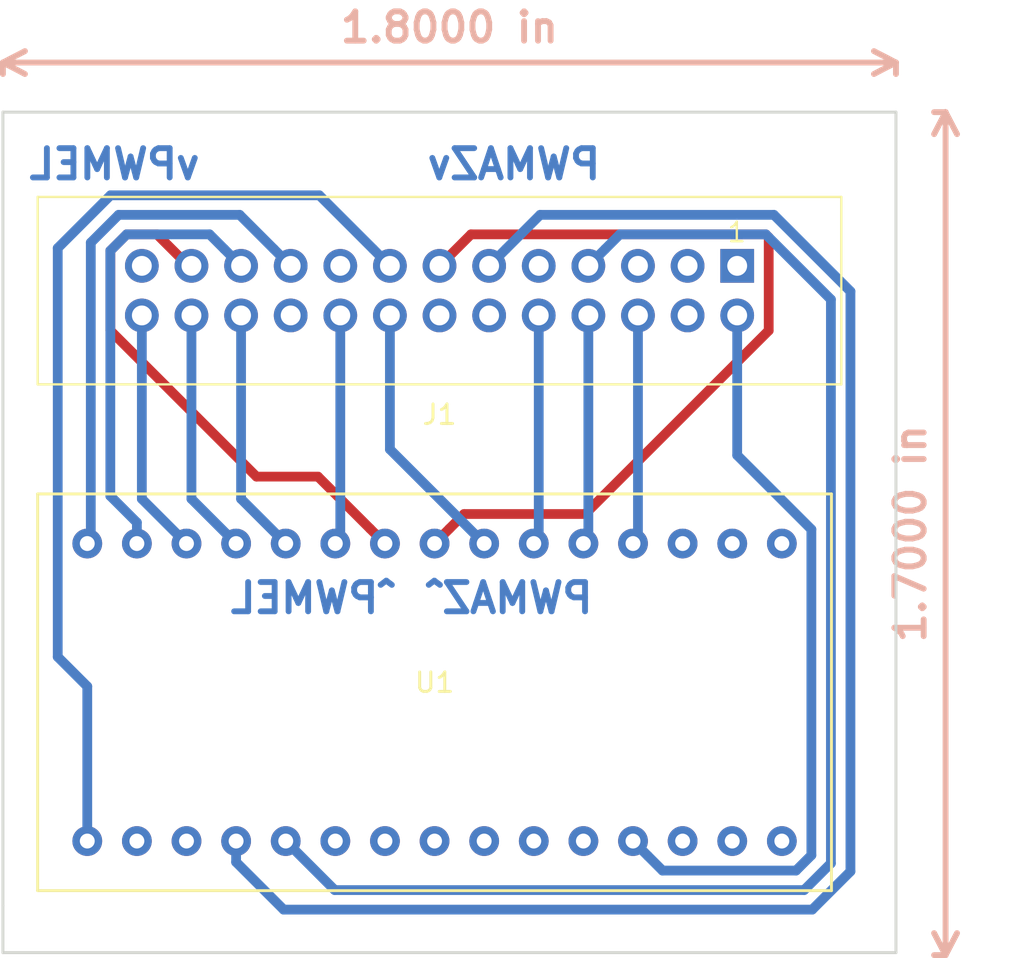
<source format=kicad_pcb>
(kicad_pcb (version 20170123) (host pcbnew "(2017-06-02 revision ac9a64a17)-master")

  (general
    (links 18)
    (no_connects 2)
    (area 124.384999 87.745 179.370001 134.620001)
    (thickness 1.6)
    (drawings 13)
    (tracks 83)
    (zones 0)
    (modules 2)
    (nets 39)
  )

  (page A4)
  (layers
    (0 F.Cu signal)
    (31 B.Cu signal)
    (32 B.Adhes user)
    (33 F.Adhes user)
    (34 B.Paste user)
    (35 F.Paste user)
    (36 B.SilkS user)
    (37 F.SilkS user)
    (38 B.Mask user)
    (39 F.Mask user)
    (40 Dwgs.User user)
    (41 Cmts.User user)
    (42 Eco1.User user)
    (43 Eco2.User user)
    (44 Edge.Cuts user)
    (45 Margin user)
    (46 B.CrtYd user)
    (47 F.CrtYd user)
    (48 B.Fab user)
    (49 F.Fab user)
  )

  (setup
    (last_trace_width 0.5)
    (trace_clearance 0.5)
    (zone_clearance 0.508)
    (zone_45_only no)
    (trace_min 0.1524)
    (segment_width 0.2)
    (edge_width 0.15)
    (via_size 1)
    (via_drill 0.5)
    (via_min_size 0.6858)
    (via_min_drill 0.3302)
    (uvia_size 0.3)
    (uvia_drill 0.1)
    (uvias_allowed no)
    (uvia_min_size 0.2)
    (uvia_min_drill 0.1)
    (pcb_text_width 0.3)
    (pcb_text_size 1.5 1.5)
    (mod_edge_width 0.15)
    (mod_text_size 1 1)
    (mod_text_width 0.15)
    (pad_size 1.524 1.524)
    (pad_drill 0.762)
    (pad_to_mask_clearance 0.2)
    (aux_axis_origin 0 0)
    (visible_elements FFFFFF7F)
    (pcbplotparams
      (layerselection 0x00030_ffffffff)
      (usegerberextensions false)
      (excludeedgelayer true)
      (linewidth 2.000000)
      (plotframeref false)
      (viasonmask false)
      (mode 1)
      (useauxorigin false)
      (hpglpennumber 1)
      (hpglpenspeed 20)
      (hpglpendiameter 15)
      (psnegative false)
      (psa4output false)
      (plotreference true)
      (plotvalue true)
      (plotinvisibletext false)
      (padsonsilk false)
      (subtractmaskfromsilk false)
      (outputformat 1)
      (mirror false)
      (drillshape 1)
      (scaleselection 1)
      (outputdirectory ""))
  )

  (net 0 "")
  (net 1 3V3)
  (net 2 5V)
  (net 3 "Net-(J1-Pad3)")
  (net 4 "Net-(J1-Pad4)")
  (net 5 "Net-(J1-Pad5)")
  (net 6 GND)
  (net 7 DIRAZ)
  (net 8 ELA)
  (net 9 "Net-(J1-Pad9)")
  (net 10 ELB)
  (net 11 BRKAZ)
  (net 12 "Net-(J1-Pad12)")
  (net 13 PWMAZ)
  (net 14 "Net-(J1-Pad14)")
  (net 15 THAZ)
  (net 16 AZEND)
  (net 17 "Net-(J1-Pad17)")
  (net 18 ELEND)
  (net 19 DIREL)
  (net 20 "Net-(J1-Pad20)")
  (net 21 BRKEL)
  (net 22 AZB)
  (net 23 PWMEL)
  (net 24 AZA)
  (net 25 "Net-(J1-Pad25)")
  (net 26 THEL)
  (net 27 "Net-(U1-Pad3V3)")
  (net 28 "Net-(U1-PadREF)")
  (net 29 "Net-(U1-PadA3)")
  (net 30 "Net-(U1-PadA4)")
  (net 31 "Net-(U1-PadA5)")
  (net 32 "Net-(U1-PadA6)")
  (net 33 "Net-(U1-PadA7)")
  (net 34 "Net-(U1-PadRST)")
  (net 35 "Net-(U1-PadVIN)")
  (net 36 "Net-(U1-PadRX0)")
  (net 37 "Net-(U1-PadTX1)")
  (net 38 "Net-(U1-PadA2)")

  (net_class Default "This is the default net class."
    (clearance 0.5)
    (trace_width 0.5)
    (via_dia 1)
    (via_drill 0.5)
    (uvia_dia 0.3)
    (uvia_drill 0.1)
    (add_net 3V3)
    (add_net 5V)
    (add_net AZA)
    (add_net AZB)
    (add_net AZEND)
    (add_net BRKAZ)
    (add_net BRKEL)
    (add_net DIRAZ)
    (add_net DIREL)
    (add_net ELA)
    (add_net ELB)
    (add_net ELEND)
    (add_net GND)
    (add_net "Net-(J1-Pad12)")
    (add_net "Net-(J1-Pad14)")
    (add_net "Net-(J1-Pad17)")
    (add_net "Net-(J1-Pad20)")
    (add_net "Net-(J1-Pad25)")
    (add_net "Net-(J1-Pad3)")
    (add_net "Net-(J1-Pad4)")
    (add_net "Net-(J1-Pad5)")
    (add_net "Net-(J1-Pad9)")
    (add_net "Net-(U1-Pad3V3)")
    (add_net "Net-(U1-PadA2)")
    (add_net "Net-(U1-PadA3)")
    (add_net "Net-(U1-PadA4)")
    (add_net "Net-(U1-PadA5)")
    (add_net "Net-(U1-PadA6)")
    (add_net "Net-(U1-PadA7)")
    (add_net "Net-(U1-PadREF)")
    (add_net "Net-(U1-PadRST)")
    (add_net "Net-(U1-PadRX0)")
    (add_net "Net-(U1-PadTX1)")
    (add_net "Net-(U1-PadVIN)")
    (add_net PWMAZ)
    (add_net PWMEL)
    (add_net THAZ)
    (add_net THEL)
  )

  (module nanolib:ArduinoNano (layer F.Cu) (tedit 57FCDD58) (tstamp 5931531C)
    (at 146.558 121.158 180)
    (descr A0)
    (path /59307DA0)
    (fp_text reference U1 (at 0 0.5 180) (layer F.SilkS)
      (effects (font (size 1 1) (thickness 0.15)))
    )
    (fp_text value ArduinoNano (at 0 -0.5 180) (layer F.Fab)
      (effects (font (size 1 1) (thickness 0.15)))
    )
    (fp_line (start 20.32 -10.16) (end -20.32 -10.16) (layer F.SilkS) (width 0.15))
    (fp_line (start 20.32 10.16) (end 20.32 -10.16) (layer F.SilkS) (width 0.15))
    (fp_line (start -20.32 10.16) (end 20.32 10.16) (layer F.SilkS) (width 0.15))
    (fp_line (start -20.32 -10.16) (end -20.32 10.16) (layer F.SilkS) (width 0.15))
    (pad D13 thru_hole circle (at 17.78 -7.62 180) (size 1.524 1.524) (drill 0.762) (layers *.Cu *.Mask)
      (net 15 THAZ))
    (pad 3V3 thru_hole circle (at 15.24 -7.62 180) (size 1.524 1.524) (drill 0.762) (layers *.Cu *.Mask)
      (net 27 "Net-(U1-Pad3V3)"))
    (pad REF thru_hole circle (at 12.7 -7.62 180) (size 1.524 1.524) (drill 0.762) (layers *.Cu *.Mask)
      (net 28 "Net-(U1-PadREF)"))
    (pad A0 thru_hole circle (at 10.16 -7.62 180) (size 1.524 1.524) (drill 0.762) (layers *.Cu *.Mask)
      (net 11 BRKAZ))
    (pad A1 thru_hole circle (at 7.62 -7.62 180) (size 1.524 1.524) (drill 0.762) (layers *.Cu *.Mask)
      (net 7 DIRAZ))
    (pad A2 thru_hole circle (at 5.08 -7.62 180) (size 1.524 1.524) (drill 0.762) (layers *.Cu *.Mask)
      (net 38 "Net-(U1-PadA2)"))
    (pad A3 thru_hole circle (at 2.54 -7.62 180) (size 1.524 1.524) (drill 0.762) (layers *.Cu *.Mask)
      (net 29 "Net-(U1-PadA3)"))
    (pad A4 thru_hole circle (at 0 -7.62 180) (size 1.524 1.524) (drill 0.762) (layers *.Cu *.Mask)
      (net 30 "Net-(U1-PadA4)"))
    (pad A5 thru_hole circle (at -2.54 -7.62 180) (size 1.524 1.524) (drill 0.762) (layers *.Cu *.Mask)
      (net 31 "Net-(U1-PadA5)"))
    (pad A6 thru_hole circle (at -5.08 -7.62 180) (size 1.524 1.524) (drill 0.762) (layers *.Cu *.Mask)
      (net 32 "Net-(U1-PadA6)"))
    (pad A7 thru_hole circle (at -7.62 -7.62 180) (size 1.524 1.524) (drill 0.762) (layers *.Cu *.Mask)
      (net 33 "Net-(U1-PadA7)"))
    (pad 5V thru_hole circle (at -10.16 -7.62 180) (size 1.524 1.524) (drill 0.762) (layers *.Cu *.Mask)
      (net 2 5V))
    (pad RST thru_hole circle (at -12.7 -7.62 180) (size 1.524 1.524) (drill 0.762) (layers *.Cu *.Mask)
      (net 34 "Net-(U1-PadRST)"))
    (pad GND thru_hole circle (at -15.24 -7.62 180) (size 1.524 1.524) (drill 0.762) (layers *.Cu *.Mask)
      (net 6 GND))
    (pad VIN thru_hole circle (at -17.78 -7.62 180) (size 1.524 1.524) (drill 0.762) (layers *.Cu *.Mask)
      (net 35 "Net-(U1-PadVIN)"))
    (pad D12 thru_hole circle (at 17.78 7.62 180) (size 1.524 1.524) (drill 0.762) (layers *.Cu *.Mask)
      (net 19 DIREL))
    (pad D11 thru_hole circle (at 15.24 7.62 180) (size 1.524 1.524) (drill 0.762) (layers *.Cu *.Mask)
      (net 21 BRKEL))
    (pad D10 thru_hole circle (at 12.7 7.62 180) (size 1.524 1.524) (drill 0.762) (layers *.Cu *.Mask)
      (net 26 THEL))
    (pad D9 thru_hole circle (at 10.16 7.62 180) (size 1.524 1.524) (drill 0.762) (layers *.Cu *.Mask)
      (net 24 AZA))
    (pad D8 thru_hole circle (at 7.62 7.62 180) (size 1.524 1.524) (drill 0.762) (layers *.Cu *.Mask)
      (net 22 AZB))
    (pad D7 thru_hole circle (at 5.08 7.62 180) (size 1.524 1.524) (drill 0.762) (layers *.Cu *.Mask)
      (net 18 ELEND))
    (pad D6 thru_hole circle (at 2.54 7.62 180) (size 1.524 1.524) (drill 0.762) (layers *.Cu *.Mask)
      (net 23 PWMEL))
    (pad D5 thru_hole circle (at 0 7.62 180) (size 1.524 1.524) (drill 0.762) (layers *.Cu *.Mask)
      (net 13 PWMAZ))
    (pad D4 thru_hole circle (at -2.54 7.62 180) (size 1.524 1.524) (drill 0.762) (layers *.Cu *.Mask)
      (net 16 AZEND))
    (pad D3 thru_hole circle (at -5.08 7.62 180) (size 1.524 1.524) (drill 0.762) (layers *.Cu *.Mask)
      (net 10 ELB))
    (pad D2 thru_hole circle (at -7.62 7.62 180) (size 1.524 1.524) (drill 0.762) (layers *.Cu *.Mask)
      (net 8 ELA))
    (pad GND thru_hole circle (at -10.16 7.62 180) (size 1.524 1.524) (drill 0.762) (layers *.Cu *.Mask)
      (net 6 GND))
    (pad RST thru_hole circle (at -12.7 7.62 180) (size 1.524 1.524) (drill 0.762) (layers *.Cu *.Mask)
      (net 34 "Net-(U1-PadRST)"))
    (pad RX0 thru_hole circle (at -15.24 7.62 180) (size 1.524 1.524) (drill 0.762) (layers *.Cu *.Mask)
      (net 36 "Net-(U1-PadRX0)"))
    (pad TX1 thru_hole circle (at -17.78 7.62 180) (size 1.524 1.524) (drill 0.762) (layers *.Cu *.Mask)
      (net 37 "Net-(U1-PadTX1)"))
  )

  (module Connectors:IDC_Header_Straight_26pins (layer F.Cu) (tedit 0) (tstamp 593152F6)
    (at 162.052 99.314 180)
    (descr "26 pins through hole IDC header")
    (tags "IDC header socket VASCH")
    (path /59307677)
    (fp_text reference J1 (at 15.24 -7.62 180) (layer F.SilkS)
      (effects (font (size 1 1) (thickness 0.15)))
    )
    (fp_text value CONN_02X13 (at 16.383 -6.604 180) (layer F.Fab)
      (effects (font (size 1 1) (thickness 0.15)))
    )
    (fp_line (start -5.08 -5.82) (end 35.56 -5.82) (layer F.Fab) (width 0.1))
    (fp_line (start -4.54 -5.27) (end 35 -5.27) (layer F.Fab) (width 0.1))
    (fp_line (start -5.08 3.28) (end 35.56 3.28) (layer F.Fab) (width 0.1))
    (fp_line (start -4.54 2.73) (end 12.99 2.73) (layer F.Fab) (width 0.1))
    (fp_line (start 17.49 2.73) (end 35 2.73) (layer F.Fab) (width 0.1))
    (fp_line (start 12.99 2.73) (end 12.99 3.28) (layer F.Fab) (width 0.1))
    (fp_line (start 17.49 2.73) (end 17.49 3.28) (layer F.Fab) (width 0.1))
    (fp_line (start -5.08 -5.82) (end -5.08 3.28) (layer F.Fab) (width 0.1))
    (fp_line (start -4.54 -5.27) (end -4.54 2.73) (layer F.Fab) (width 0.1))
    (fp_line (start 35.56 -5.82) (end 35.56 3.28) (layer F.Fab) (width 0.1))
    (fp_line (start 35 -5.27) (end 35 2.73) (layer F.Fab) (width 0.1))
    (fp_line (start -5.08 -5.82) (end -4.54 -5.27) (layer F.Fab) (width 0.1))
    (fp_line (start 35.56 -5.82) (end 35 -5.27) (layer F.Fab) (width 0.1))
    (fp_line (start -5.08 3.28) (end -4.54 2.73) (layer F.Fab) (width 0.1))
    (fp_line (start 35.56 3.28) (end 35 2.73) (layer F.Fab) (width 0.1))
    (fp_line (start -5.58 -6.32) (end 36.06 -6.32) (layer F.CrtYd) (width 0.05))
    (fp_line (start 36.06 -6.32) (end 36.06 3.78) (layer F.CrtYd) (width 0.05))
    (fp_line (start 36.06 3.78) (end -5.58 3.78) (layer F.CrtYd) (width 0.05))
    (fp_line (start -5.58 3.78) (end -5.58 -6.32) (layer F.CrtYd) (width 0.05))
    (fp_text user 1 (at 0.02 1.72 180) (layer F.SilkS)
      (effects (font (size 1 1) (thickness 0.12)))
    )
    (fp_line (start -5.33 -6.07) (end 35.81 -6.07) (layer F.SilkS) (width 0.12))
    (fp_line (start 35.81 -6.07) (end 35.81 3.53) (layer F.SilkS) (width 0.12))
    (fp_line (start 35.81 3.53) (end -5.33 3.53) (layer F.SilkS) (width 0.12))
    (fp_line (start -5.33 3.53) (end -5.33 -6.07) (layer F.SilkS) (width 0.12))
    (pad 1 thru_hole rect (at 0 0 180) (size 1.7272 1.7272) (drill 1.016) (layers *.Cu *.Mask)
      (net 1 3V3))
    (pad 2 thru_hole oval (at 0 -2.54 180) (size 1.7272 1.7272) (drill 1.016) (layers *.Cu *.Mask)
      (net 2 5V))
    (pad 3 thru_hole oval (at 2.54 0 180) (size 1.7272 1.7272) (drill 1.016) (layers *.Cu *.Mask)
      (net 3 "Net-(J1-Pad3)"))
    (pad 4 thru_hole oval (at 2.54 -2.54 180) (size 1.7272 1.7272) (drill 1.016) (layers *.Cu *.Mask)
      (net 4 "Net-(J1-Pad4)"))
    (pad 5 thru_hole oval (at 5.08 0 180) (size 1.7272 1.7272) (drill 1.016) (layers *.Cu *.Mask)
      (net 5 "Net-(J1-Pad5)"))
    (pad 6 thru_hole oval (at 5.08 -2.54 180) (size 1.7272 1.7272) (drill 1.016) (layers *.Cu *.Mask)
      (net 6 GND))
    (pad 7 thru_hole oval (at 7.62 0 180) (size 1.7272 1.7272) (drill 1.016) (layers *.Cu *.Mask)
      (net 7 DIRAZ))
    (pad 8 thru_hole oval (at 7.62 -2.54 180) (size 1.7272 1.7272) (drill 1.016) (layers *.Cu *.Mask)
      (net 8 ELA))
    (pad 9 thru_hole oval (at 10.16 0 180) (size 1.7272 1.7272) (drill 1.016) (layers *.Cu *.Mask)
      (net 9 "Net-(J1-Pad9)"))
    (pad 10 thru_hole oval (at 10.16 -2.54 180) (size 1.7272 1.7272) (drill 1.016) (layers *.Cu *.Mask)
      (net 10 ELB))
    (pad 11 thru_hole oval (at 12.7 0 180) (size 1.7272 1.7272) (drill 1.016) (layers *.Cu *.Mask)
      (net 11 BRKAZ))
    (pad 12 thru_hole oval (at 12.7 -2.54 180) (size 1.7272 1.7272) (drill 1.016) (layers *.Cu *.Mask)
      (net 12 "Net-(J1-Pad12)"))
    (pad 13 thru_hole oval (at 15.24 0 180) (size 1.7272 1.7272) (drill 1.016) (layers *.Cu *.Mask)
      (net 13 PWMAZ))
    (pad 14 thru_hole oval (at 15.24 -2.54 180) (size 1.7272 1.7272) (drill 1.016) (layers *.Cu *.Mask)
      (net 14 "Net-(J1-Pad14)"))
    (pad 15 thru_hole oval (at 17.78 0 180) (size 1.7272 1.7272) (drill 1.016) (layers *.Cu *.Mask)
      (net 15 THAZ))
    (pad 16 thru_hole oval (at 17.78 -2.54 180) (size 1.7272 1.7272) (drill 1.016) (layers *.Cu *.Mask)
      (net 16 AZEND))
    (pad 17 thru_hole oval (at 20.32 0 180) (size 1.7272 1.7272) (drill 1.016) (layers *.Cu *.Mask)
      (net 17 "Net-(J1-Pad17)"))
    (pad 18 thru_hole oval (at 20.32 -2.54 180) (size 1.7272 1.7272) (drill 1.016) (layers *.Cu *.Mask)
      (net 18 ELEND))
    (pad 19 thru_hole oval (at 22.86 0 180) (size 1.7272 1.7272) (drill 1.016) (layers *.Cu *.Mask)
      (net 19 DIREL))
    (pad 20 thru_hole oval (at 22.86 -2.54 180) (size 1.7272 1.7272) (drill 1.016) (layers *.Cu *.Mask)
      (net 20 "Net-(J1-Pad20)"))
    (pad 21 thru_hole oval (at 25.4 0 180) (size 1.7272 1.7272) (drill 1.016) (layers *.Cu *.Mask)
      (net 21 BRKEL))
    (pad 22 thru_hole oval (at 25.4 -2.54 180) (size 1.7272 1.7272) (drill 1.016) (layers *.Cu *.Mask)
      (net 22 AZB))
    (pad 23 thru_hole oval (at 27.94 0 180) (size 1.7272 1.7272) (drill 1.016) (layers *.Cu *.Mask)
      (net 23 PWMEL))
    (pad 24 thru_hole oval (at 27.94 -2.54 180) (size 1.7272 1.7272) (drill 1.016) (layers *.Cu *.Mask)
      (net 24 AZA))
    (pad 25 thru_hole oval (at 30.48 0 180) (size 1.7272 1.7272) (drill 1.016) (layers *.Cu *.Mask)
      (net 25 "Net-(J1-Pad25)"))
    (pad 26 thru_hole oval (at 30.48 -2.54 180) (size 1.7272 1.7272) (drill 1.016) (layers *.Cu *.Mask)
      (net 26 THEL))
  )

  (dimension 43.18 (width 0.3) (layer B.SilkS)
    (gr_text "43.180 mm" (at 172.72 113.03 270) (layer B.SilkS)
      (effects (font (size 1.5 1.5) (thickness 0.3)))
    )
    (feature1 (pts (xy 172.72 134.62) (xy 172.72 134.62)))
    (feature2 (pts (xy 172.72 91.44) (xy 172.72 91.44)))
    (crossbar (pts (xy 172.72 91.44) (xy 172.72 134.62)))
    (arrow1a (pts (xy 172.72 134.62) (xy 172.133579 133.493496)))
    (arrow1b (pts (xy 172.72 134.62) (xy 173.306421 133.493496)))
    (arrow2a (pts (xy 172.72 91.44) (xy 172.133579 92.566504)))
    (arrow2b (pts (xy 172.72 91.44) (xy 173.306421 92.566504)))
  )
  (dimension 45.72 (width 0.3) (layer B.SilkS)
    (gr_text "45.720 mm" (at 147.32 88.9) (layer B.SilkS)
      (effects (font (size 1.5 1.5) (thickness 0.3)))
    )
    (feature1 (pts (xy 170.18 88.9) (xy 170.18 88.9)))
    (feature2 (pts (xy 124.46 88.9) (xy 124.46 88.9)))
    (crossbar (pts (xy 124.46 88.9) (xy 170.18 88.9)))
    (arrow1a (pts (xy 170.18 88.9) (xy 169.053496 89.486421)))
    (arrow1b (pts (xy 170.18 88.9) (xy 169.053496 88.313579)))
    (arrow2a (pts (xy 124.46 88.9) (xy 125.586504 89.486421)))
    (arrow2b (pts (xy 124.46 88.9) (xy 125.586504 88.313579)))
  )
  (gr_line (start 170.18 91.44) (end 170.18 93.98) (layer Edge.Cuts) (width 0.15))
  (gr_line (start 124.46 91.44) (end 170.18 91.44) (layer Edge.Cuts) (width 0.15))
  (gr_line (start 124.46 93.98) (end 124.46 91.44) (layer Edge.Cuts) (width 0.15))
  (gr_text PWMAZv (at 150.622 94.107) (layer B.Cu)
    (effects (font (size 1.5 1.5) (thickness 0.3)) (justify mirror))
  )
  (gr_text vPWMEL (at 130.175 94.107) (layer B.Cu)
    (effects (font (size 1.5 1.5) (thickness 0.3)) (justify mirror))
  )
  (gr_text PWMAZ^ (at 150.368 116.332) (layer B.Cu)
    (effects (font (size 1.5 1.5) (thickness 0.3)) (justify mirror))
  )
  (gr_text ^PWMEL (at 140.335 116.332) (layer B.Cu)
    (effects (font (size 1.5 1.5) (thickness 0.3)) (justify mirror))
  )
  (gr_line (start 170.18 134.493) (end 170.18 93.98) (layer Edge.Cuts) (width 0.15))
  (gr_line (start 124.46 134.493) (end 170.18 134.493) (layer Edge.Cuts) (width 0.15))
  (gr_line (start 124.46 132.08) (end 124.46 134.493) (layer Edge.Cuts) (width 0.15))
  (gr_line (start 124.46 93.98) (end 124.46 132.08) (layer Edge.Cuts) (width 0.15))

  (segment (start 162.052 101.854) (end 162.052 109.014238) (width 0.5) (layer B.Cu) (net 2))
  (segment (start 162.052 109.014238) (end 165.850001 112.812239) (width 0.5) (layer B.Cu) (net 2))
  (segment (start 165.850001 112.812239) (end 165.850001 129.503761) (width 0.5) (layer B.Cu) (net 2))
  (segment (start 157.479999 129.539999) (end 156.718 128.778) (width 0.5) (layer B.Cu) (net 2))
  (segment (start 165.850001 129.503761) (end 165.063761 130.290001) (width 0.5) (layer B.Cu) (net 2))
  (segment (start 165.063761 130.290001) (end 158.230001 130.290001) (width 0.5) (layer B.Cu) (net 2))
  (segment (start 158.230001 130.290001) (end 157.479999 129.539999) (width 0.5) (layer B.Cu) (net 2))
  (segment (start 156.972 101.854) (end 156.972 113.284) (width 0.5) (layer B.Cu) (net 6))
  (segment (start 156.972 113.284) (end 156.718 113.538) (width 0.5) (layer B.Cu) (net 6))
  (segment (start 156.972 113.284) (end 156.718 113.538) (width 0.5) (layer F.Cu) (net 6))
  (segment (start 138.938 128.778) (end 141.450011 131.290011) (width 0.5) (layer B.Cu) (net 7))
  (segment (start 141.450011 131.290011) (end 165.477978 131.290011) (width 0.5) (layer B.Cu) (net 7))
  (segment (start 165.477978 131.290011) (end 166.850011 129.917978) (width 0.5) (layer B.Cu) (net 7))
  (segment (start 166.850011 129.917978) (end 166.850011 101.034809) (width 0.5) (layer B.Cu) (net 7))
  (segment (start 166.850011 101.034809) (end 163.515601 97.700399) (width 0.5) (layer B.Cu) (net 7))
  (segment (start 163.515601 97.700399) (end 156.045601 97.700399) (width 0.5) (layer B.Cu) (net 7))
  (segment (start 156.045601 97.700399) (end 155.295599 98.450401) (width 0.5) (layer B.Cu) (net 7))
  (segment (start 155.295599 98.450401) (end 154.432 99.314) (width 0.5) (layer B.Cu) (net 7))
  (segment (start 154.432 101.854) (end 154.432 113.284) (width 0.5) (layer B.Cu) (net 8))
  (segment (start 154.432 113.284) (end 154.178 113.538) (width 0.5) (layer B.Cu) (net 8))
  (segment (start 154.432 113.284) (end 154.178 113.538) (width 0.5) (layer F.Cu) (net 8))
  (segment (start 154.178 102.108) (end 154.432 101.854) (width 0.1524) (layer F.Cu) (net 8))
  (segment (start 151.892 101.854) (end 151.892 113.284) (width 0.5) (layer B.Cu) (net 10))
  (segment (start 151.892 113.284) (end 151.638 113.538) (width 0.5) (layer B.Cu) (net 10))
  (segment (start 151.892 113.284) (end 151.638 113.538) (width 0.5) (layer F.Cu) (net 10))
  (segment (start 136.398 128.778) (end 136.398 129.85563) (width 0.5) (layer B.Cu) (net 11))
  (segment (start 136.398 129.85563) (end 138.832391 132.290021) (width 0.5) (layer B.Cu) (net 11))
  (segment (start 151.965611 96.700389) (end 150.215599 98.450401) (width 0.5) (layer B.Cu) (net 11))
  (segment (start 138.832391 132.290021) (end 165.892195 132.290021) (width 0.5) (layer B.Cu) (net 11))
  (segment (start 167.850021 100.620592) (end 163.929818 96.700389) (width 0.5) (layer B.Cu) (net 11))
  (segment (start 165.892195 132.290021) (end 167.850021 130.332195) (width 0.5) (layer B.Cu) (net 11))
  (segment (start 167.850021 130.332195) (end 167.850021 100.620592) (width 0.5) (layer B.Cu) (net 11))
  (segment (start 163.929818 96.700389) (end 151.965611 96.700389) (width 0.5) (layer B.Cu) (net 11))
  (segment (start 150.215599 98.450401) (end 149.352 99.314) (width 0.5) (layer B.Cu) (net 11))
  (segment (start 146.812 99.314) (end 148.425601 97.700399) (width 0.5) (layer F.Cu) (net 13))
  (segment (start 163.515601 97.700399) (end 163.665601 97.850399) (width 0.5) (layer F.Cu) (net 13))
  (segment (start 148.425601 97.700399) (end 163.515601 97.700399) (width 0.5) (layer F.Cu) (net 13))
  (segment (start 147.319999 112.776001) (end 146.558 113.538) (width 0.5) (layer F.Cu) (net 13))
  (segment (start 163.665601 97.850399) (end 163.665601 102.628529) (width 0.5) (layer F.Cu) (net 13))
  (segment (start 163.665601 102.628529) (end 154.268131 112.025999) (width 0.5) (layer F.Cu) (net 13))
  (segment (start 148.070001 112.025999) (end 147.319999 112.776001) (width 0.5) (layer F.Cu) (net 13))
  (segment (start 154.268131 112.025999) (end 148.070001 112.025999) (width 0.5) (layer F.Cu) (net 13))
  (segment (start 128.778 128.778) (end 128.778 120.855762) (width 0.5) (layer B.Cu) (net 15))
  (segment (start 127.265999 98.403417) (end 129.969037 95.700379) (width 0.5) (layer B.Cu) (net 15))
  (segment (start 140.658379 95.700379) (end 143.408401 98.450401) (width 0.5) (layer B.Cu) (net 15))
  (segment (start 128.778 120.855762) (end 127.265999 119.343761) (width 0.5) (layer B.Cu) (net 15))
  (segment (start 127.265999 119.343761) (end 127.265999 98.403417) (width 0.5) (layer B.Cu) (net 15))
  (segment (start 129.969037 95.700379) (end 140.658379 95.700379) (width 0.5) (layer B.Cu) (net 15))
  (segment (start 143.408401 98.450401) (end 144.272 99.314) (width 0.5) (layer B.Cu) (net 15))
  (segment (start 144.018 99.314) (end 144.272 99.314) (width 0.5) (layer F.Cu) (net 15))
  (segment (start 144.272 101.854) (end 144.272 108.712) (width 0.5) (layer B.Cu) (net 16))
  (segment (start 144.272 108.712) (end 149.098 113.538) (width 0.5) (layer B.Cu) (net 16))
  (segment (start 141.732 101.854) (end 141.732 113.284) (width 0.5) (layer B.Cu) (net 18))
  (segment (start 141.732 113.284) (end 141.478 113.538) (width 0.5) (layer B.Cu) (net 18))
  (segment (start 141.732 113.284) (end 141.478 113.538) (width 0.5) (layer F.Cu) (net 18))
  (segment (start 128.778 113.538) (end 128.958389 113.718389) (width 0.5) (layer B.Cu) (net 19))
  (segment (start 128.958389 113.718389) (end 128.958389 98.125254) (width 0.5) (layer B.Cu) (net 19))
  (segment (start 130.383254 96.700389) (end 136.578389 96.700389) (width 0.5) (layer B.Cu) (net 19))
  (segment (start 128.958389 98.125254) (end 130.383254 96.700389) (width 0.5) (layer B.Cu) (net 19))
  (segment (start 136.578389 96.700389) (end 138.328401 98.450401) (width 0.5) (layer B.Cu) (net 19))
  (segment (start 138.328401 98.450401) (end 139.192 99.314) (width 0.5) (layer B.Cu) (net 19))
  (segment (start 131.318 113.538) (end 131.318 112.46037) (width 0.5) (layer B.Cu) (net 21))
  (segment (start 131.318 112.46037) (end 129.958399 111.100769) (width 0.5) (layer B.Cu) (net 21))
  (segment (start 129.958399 111.100769) (end 129.958399 98.539471) (width 0.5) (layer B.Cu) (net 21))
  (segment (start 129.958399 98.539471) (end 130.797471 97.700399) (width 0.5) (layer B.Cu) (net 21))
  (segment (start 130.797471 97.700399) (end 135.038399 97.700399) (width 0.5) (layer B.Cu) (net 21))
  (segment (start 135.038399 97.700399) (end 135.788401 98.450401) (width 0.5) (layer B.Cu) (net 21))
  (segment (start 135.788401 98.450401) (end 136.652 99.314) (width 0.5) (layer B.Cu) (net 21))
  (segment (start 136.652 101.854) (end 136.652 111.252) (width 0.5) (layer B.Cu) (net 22))
  (segment (start 136.652 111.252) (end 138.938 113.538) (width 0.5) (layer B.Cu) (net 22))
  (segment (start 134.112 99.314) (end 134.112 99.46587) (width 0.5) (layer F.Cu) (net 23))
  (segment (start 129.958399 98.539471) (end 129.958399 102.628529) (width 0.5) (layer F.Cu) (net 23))
  (segment (start 134.112 99.46587) (end 132.346529 97.700399) (width 0.5) (layer F.Cu) (net 23))
  (segment (start 132.346529 97.700399) (end 130.797471 97.700399) (width 0.5) (layer F.Cu) (net 23))
  (segment (start 143.256001 112.776001) (end 144.018 113.538) (width 0.5) (layer F.Cu) (net 23))
  (segment (start 130.797471 97.700399) (end 129.958399 98.539471) (width 0.5) (layer F.Cu) (net 23))
  (segment (start 129.958399 102.628529) (end 137.43887 110.109) (width 0.5) (layer F.Cu) (net 23))
  (segment (start 137.43887 110.109) (end 140.589 110.109) (width 0.5) (layer F.Cu) (net 23))
  (segment (start 140.589 110.109) (end 143.256001 112.776001) (width 0.5) (layer F.Cu) (net 23))
  (segment (start 134.112 101.854) (end 134.112 111.252) (width 0.5) (layer B.Cu) (net 24))
  (segment (start 134.112 111.252) (end 136.398 113.538) (width 0.5) (layer B.Cu) (net 24))
  (segment (start 131.572 101.854) (end 131.572 111.252) (width 0.5) (layer B.Cu) (net 26))
  (segment (start 131.572 111.252) (end 133.858 113.538) (width 0.5) (layer B.Cu) (net 26))

)

</source>
